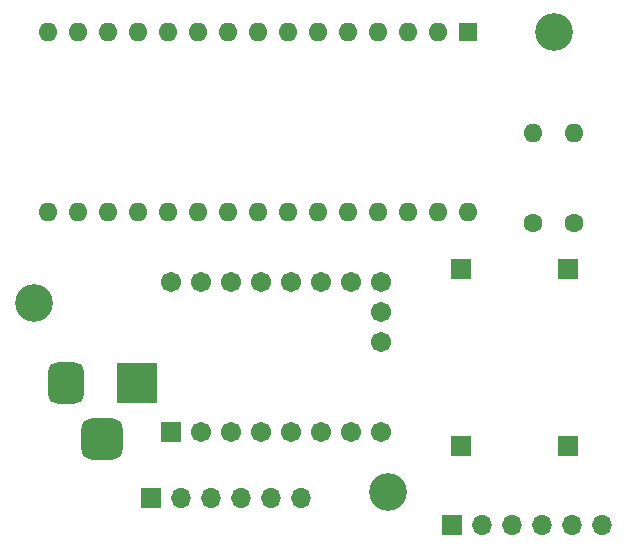
<source format=gbr>
%TF.GenerationSoftware,KiCad,Pcbnew,8.0.2*%
%TF.CreationDate,2024-05-31T10:43:30+02:00*%
%TF.ProjectId,LTS_Spooler,4c54535f-5370-46f6-9f6c-65722e6b6963,rev?*%
%TF.SameCoordinates,Original*%
%TF.FileFunction,Soldermask,Top*%
%TF.FilePolarity,Negative*%
%FSLAX46Y46*%
G04 Gerber Fmt 4.6, Leading zero omitted, Abs format (unit mm)*
G04 Created by KiCad (PCBNEW 8.0.2) date 2024-05-31 10:43:30*
%MOMM*%
%LPD*%
G01*
G04 APERTURE LIST*
G04 Aperture macros list*
%AMRoundRect*
0 Rectangle with rounded corners*
0 $1 Rounding radius*
0 $2 $3 $4 $5 $6 $7 $8 $9 X,Y pos of 4 corners*
0 Add a 4 corners polygon primitive as box body*
4,1,4,$2,$3,$4,$5,$6,$7,$8,$9,$2,$3,0*
0 Add four circle primitives for the rounded corners*
1,1,$1+$1,$2,$3*
1,1,$1+$1,$4,$5*
1,1,$1+$1,$6,$7*
1,1,$1+$1,$8,$9*
0 Add four rect primitives between the rounded corners*
20,1,$1+$1,$2,$3,$4,$5,0*
20,1,$1+$1,$4,$5,$6,$7,0*
20,1,$1+$1,$6,$7,$8,$9,0*
20,1,$1+$1,$8,$9,$2,$3,0*%
G04 Aperture macros list end*
%ADD10R,3.500000X3.500000*%
%ADD11RoundRect,0.750000X-0.750000X-1.000000X0.750000X-1.000000X0.750000X1.000000X-0.750000X1.000000X0*%
%ADD12RoundRect,0.875000X-0.875000X-0.875000X0.875000X-0.875000X0.875000X0.875000X-0.875000X0.875000X0*%
%ADD13R,1.700000X1.700000*%
%ADD14RoundRect,0.102000X0.754000X-0.754000X0.754000X0.754000X-0.754000X0.754000X-0.754000X-0.754000X0*%
%ADD15C,1.712000*%
%ADD16O,1.700000X1.700000*%
%ADD17C,3.200000*%
%ADD18C,1.600000*%
%ADD19O,1.600000X1.600000*%
%ADD20R,1.600000X1.600000*%
G04 APERTURE END LIST*
D10*
%TO.C,J10*%
X26750000Y-45750000D03*
D11*
X20750000Y-45750000D03*
D12*
X23750000Y-50450000D03*
%TD*%
D13*
%TO.C,J7*%
X63200000Y-51100000D03*
%TD*%
%TO.C,J6*%
X54200000Y-51100000D03*
%TD*%
%TO.C,J4*%
X54200000Y-36100000D03*
%TD*%
%TO.C,J5*%
X63200000Y-36100000D03*
%TD*%
D14*
%TO.C,U1*%
X29610000Y-49850000D03*
D15*
X32150000Y-49850000D03*
X34690000Y-49850000D03*
X37230000Y-49850000D03*
X39770000Y-49850000D03*
X42310000Y-49850000D03*
X44850000Y-49850000D03*
X47390000Y-49850000D03*
X29610000Y-37150000D03*
X32150000Y-37150000D03*
X34690000Y-37150000D03*
X37230000Y-37150000D03*
X39770000Y-37150000D03*
X42310000Y-37150000D03*
X44850000Y-37150000D03*
X47390000Y-37150000D03*
X47390000Y-42230000D03*
X47390000Y-39690000D03*
%TD*%
D13*
%TO.C,J11*%
X53400000Y-57750000D03*
D16*
X55940000Y-57750000D03*
X58480000Y-57750000D03*
X61020000Y-57750000D03*
X63560000Y-57750000D03*
X66100000Y-57750000D03*
%TD*%
D13*
%TO.C,J12*%
X27900000Y-55500000D03*
D16*
X30440000Y-55500000D03*
X32980000Y-55500000D03*
X35520000Y-55500000D03*
X38060000Y-55500000D03*
X40600000Y-55500000D03*
%TD*%
D17*
%TO.C,H2*%
X48000000Y-55000000D03*
%TD*%
%TO.C,H1*%
X18000000Y-39000000D03*
%TD*%
%TO.C,H3*%
X62000000Y-16000000D03*
%TD*%
D18*
%TO.C,R2*%
X63700000Y-32200000D03*
D19*
X63700000Y-24580000D03*
%TD*%
D18*
%TO.C,R1*%
X60300000Y-32200000D03*
D19*
X60300000Y-24580000D03*
%TD*%
D20*
%TO.C,A1*%
X54730000Y-16010000D03*
D19*
X52190000Y-16010000D03*
X49650000Y-16010000D03*
X47110000Y-16010000D03*
X44570000Y-16010000D03*
X42030000Y-16010000D03*
X39490000Y-16010000D03*
X36950000Y-16010000D03*
X34410000Y-16010000D03*
X31870000Y-16010000D03*
X29330000Y-16010000D03*
X26790000Y-16010000D03*
X24250000Y-16010000D03*
X21710000Y-16010000D03*
X19170000Y-16010000D03*
X19170000Y-31250000D03*
X21710000Y-31250000D03*
X24250000Y-31250000D03*
X26790000Y-31250000D03*
X29330000Y-31250000D03*
X31870000Y-31250000D03*
X34410000Y-31250000D03*
X36950000Y-31250000D03*
X39490000Y-31250000D03*
X42030000Y-31250000D03*
X44570000Y-31250000D03*
X47110000Y-31250000D03*
X49650000Y-31250000D03*
X52190000Y-31250000D03*
X54730000Y-31250000D03*
%TD*%
M02*

</source>
